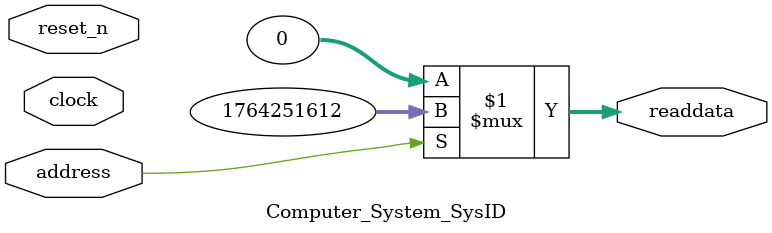
<source format=v>



// synthesis translate_off
`timescale 1ns / 1ps
// synthesis translate_on

// turn off superfluous verilog processor warnings 
// altera message_level Level1 
// altera message_off 10034 10035 10036 10037 10230 10240 10030 

module Computer_System_SysID (
               // inputs:
                address,
                clock,
                reset_n,

               // outputs:
                readdata
             )
;

  output  [ 31: 0] readdata;
  input            address;
  input            clock;
  input            reset_n;

  wire    [ 31: 0] readdata;
  //control_slave, which is an e_avalon_slave
  assign readdata = address ? 1764251612 : 0;

endmodule



</source>
